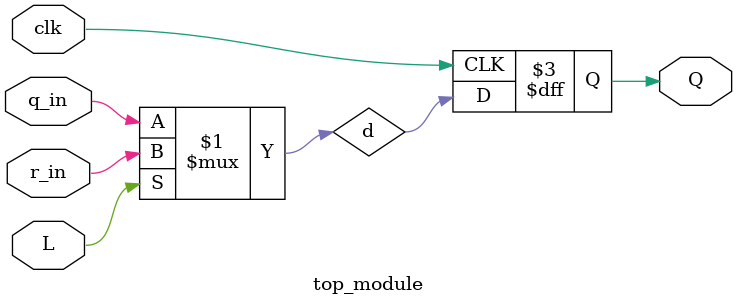
<source format=v>
module top_module (
	input clk,
	input L,
	input r_in,
	input q_in,
	output reg Q);
	
    wire d;
    assign d = L ? r_in : q_in ;
    always @ (posedge clk) begin
        Q <= d;
    end
    
endmodule


</source>
